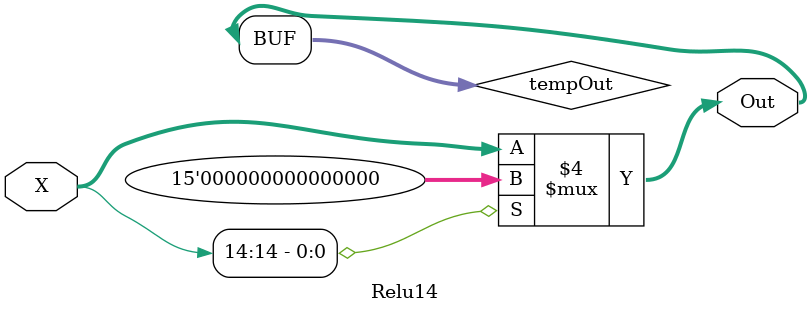
<source format=sv>
module And(A, B, C);
    input logic A;
    input logic B;
    output logic C;
    assign C = A & B;
endmodule

module Adder(Cin, A, B, S, Cout);
    input logic Cin;
    input logic A;
    input logic B;
    output logic Cout;
    output logic S;

    logic x;

    assign x = A ^ B;
    assign S = x ^ Cin;
    assign Cout = (A & B) | (x & Cin);

endmodule

module Adder4(Cin, A, B, S, Cout);
    input logic Cin;
    input logic [3:0] A;
    input logic [3:0] B;
    output logic [3:0] S;
    output logic Cout;

    wire w1, w2, w3;

    Adder Adder0(Cin, A[0], B[0], S[0], w1);
    Adder Adder1(w1, A[1], B[1], S[1], w2);
    Adder Adder2(w2, A[2], B[2], S[2], w3);
    Adder Adder3(w3, A[3], B[3], S[3], Cout);
endmodule

module Adder8(Cin, A, B, S, Cout);
    input logic Cin;
    input logic [7:0] A;
    input logic [7:0] B;
    output logic [7:0] S;
    output logic Cout;

    wire w1;

    Adder4 Adder0(Cin, A[3:0], B[3:0], S[3:0], w1);
    Adder4 Adder1(w1, A[7:4], B[7:4], S[7:4], Cout);
endmodule

module Adder16(Cin, A, B, S, Cout);
    input logic Cin;
    input logic [15:0] A, B;
    output logic [15:0] S;
    output logic Cout;

    wire w1, w2, w3;

    Adder4 Adder0(Cin, A[3:0], B[3:0], S[3:0], w1);
    Adder4 Adder1(w1, A[7:4], B[7:4], S[7:4], w2);
    Adder4 Adder2(w2, A[11:8], B[11:8], S[11:8], w3);
    Adder4 Adder3(w3, A[15:12], B[15:12], S[15:12], Cout);
endmodule

module Adder32(Cin, A, B, S, Cout);
    input logic Cin;
    input logic [31:0] A, B;
    output logic [31:0] S;
    output logic Cout;

    wire w1;

    Adder16 Adder0(Cin, A[15:0], B[15:0], S[15:0], w1);
    Adder16 Adder1(w1, A[31:16], B[31:16], S[31:16], Cout);
endmodule

module halfAdder(A, B, S, Cout);
    input logic A;
    input logic B;
    output logic S;
    output logic Cout;

    assign S = A ^ B;
    assign Cout = A & B;
endmodule

module multiplier(A, B, C);
    input logic [1:0] A;
    input logic [1:0] B;
    output logic [3:0] C;

    wire w1, w2, w3, w4;

    assign C[0] = A[0] & B[0];
    assign w1 = A[1] & B[0];
    assign w2 = A[0] & B[1];
    halfAdder halfAdder0(w1, w2, C[1], w3);
    assign w4 = A[1] & B[1];
    halfAdder halfAdder1(w3, w4, C[2], C[3]);
endmodule

module multiplier4(A, B, C);
    input logic [3:0] A;
    input logic [3:0] B;
    output logic [7:0] C;

    assign C = 8'b0000_0000;

    wire half11, half12;
    wire half21, half22;
    wire half31, half32;
    wire half41, half42;

    wire full11, full12, full13;
    wire full21, full22, full23;
    wire full31, full32, full33;
    wire full41, full42, full43;
    wire full51, full52, full53;
    wire full61, full62, full63;
    wire full71, full72, full73;
    wire full81, full82, full83;

    And And01(A[0], B[0], C[0]);

    And And11(A[0], B[1], half11);
    And And12(A[1], B[0], half12);
    halfAdder halfAdder1(half11, half12, C[1], full11);

    And And21(A[0], B[2], full12);
    And And22(A[2], B[0], half22);
    And And23(A[1], B[1], half21);
    halfAdder halfAdder2(half21, half22, full13, full31);
    Adder Adder1(full11, full12, full13, C[2], full21);

    And And31(A[0], B[3], full22);
    And And32(A[1], B[2], full32);
    And And33(A[2], B[1], half31);
    And And34(A[3], B[0], half32);
    halfAdder halfAdder3(half31, half32, full33, full51);
    Adder Adder3(full31, full32, full33, full23, full41);
    Adder Adder2(full21, full22, full23, C[3], half41);

    And And41(A[1], B[3], full42);
    And And42(A[2], B[2], full52);
    And And43(A[3], B[1], full53);
    Adder Adder5(full51, full52, full53, full43, full71);
    Adder Adder4(full41, full42, full43, half42, full62);
    halfAdder halfAdder4(half41, half42, C[4], full61);

    And And51(A[2], B[3], full72);
    And And52(A[3], B[2], full73);
    Adder Adder7(full71, full72, full73, full63, full82);
    Adder Adder6(full61, full62, full63, C[5], full81);

    And And61(A[3], B[3], full83);
    Adder Adder8(full81, full82, full83, C[6], C[7]);
endmodule

module multiplier8(A, B, C);
    input logic [7:0] A;
    input logic [7:0] B;
    output logic [15:0] C;

    wire [7:0] ac, ad, bc, bd;
    logic [15:0] ac2, ad2, bc2, bd2;
    wire [15:0] out1, out2;
    wire null1, null2, null3;
    logic zero = 1'b0;
    

    // (a+b)(c+d) = ac+ad+bc+bd
    assign ac2[7:0] = 8'b0;
    assign ad2[15:12] = 4'b0;
    assign ad2[3:0] = 4'b0;
    assign bc2[15:12] = 4'b0;
    assign bc2[3:0] = 4'b0;
    assign bd2[15:8] = 8'b0;    

    multiplier4 multiplier4_2(A[7:4], B[7:4], ac);
    multiplier4 multiplier4_3(A[7:4], B[3:0], ad);
    multiplier4 multiplier4_4(A[3:0], B[7:4], bc);
    multiplier4 multiplier4_5(A[3:0], B[3:0], bd);

    assign ac2[15:8] = ac;
    assign ad2[11:4] = ad;
    assign bc2[11:4] = bc;
    assign bd2[7:0] = bd;

    Adder16 Adder16_0(zero, ac2, ad2, out1, null1);
    Adder16 Adder16_1(zero, bc2, bd2, out2, null2);
    Adder16 Adder16_2(zero, out1, out2, C, null3);
endmodule

module multiplier16(A, B, C);
    input logic [15:0] A;
    input logic [15:0] B;
    output logic [31:0] C;

    wire [15:0] ac, ad, bc, bd;
    logic [31:0] ac2, ad2, bc2, bd2;
    wire [31:0] out1, out2;
    wire null1, null2, null3;
    logic zero = 1'b0;
    

    // (a+b)(c+d) = ac+ad+bc+bd
    assign ac2[15:0] = 16'b0;
    assign ad2[31:24] = 8'b0;
    assign ad2[7:0] = 8'b0;
    assign bc2[31:24] = 8'b0;
    assign bc2[7:0] = 8'b0;
    assign bd2[31:16] = 16'b0;    

    multiplier8 multiplier8_2(A[15:8], B[15:8], ac);
    multiplier8 multiplier8_3(A[15:8], B[7:0], ad);
    multiplier8 multiplier8_4(A[7:0], B[15:8], bc);
    multiplier8 multiplier8_5(A[7:0], B[7:0], bd);

    assign ac2[31:16] = ac;
    assign ad2[23:8] = ad;
    assign bc2[23:8] = bc;
    assign bd2[15:0] = bd;

    Adder32 Adder32_0(zero, ac2, ad2, out1, null1);
    Adder32 Adder32_1(zero, bc2, bd2, out2, null2);
    Adder32 Adder32_2(zero, out1, out2, C, null3);
endmodule

module twosCompAdder8(Cin, A, B, S, Cout);
    input logic Cin;
    input logic [8:0] A; // 8 bit with the fifth bit indicating negitive or positive
    input logic [8:0] B;
    output logic [8:0] S;
    // output logic N;
    output logic Cout;

    logic [7:0] tempA, tempB, tempS;
    logic tempSN;
    logic [1:0] test;

    // logic flag1;
    // logic flag2;
    // assign flag1 = 1'b1;

    always @(*) begin
        test = 2'bxx;
        tempSN = 1'b0;
        tempA = A[7:0];
        tempB = B[7:0];

        if ((A[8] & B[8]) === 1'b1) begin
            tempSN = 1'b1;
            test = 2'b00;
        end
        if (tempA > tempB) begin
            if (A[8] == 1'b1) begin
                tempSN = 1'b1;
                test = 2'b01;
            end
        end
        if (tempA < tempB) begin
            if (B[8] == 1'b1) begin
                tempSN = 1'b1;
                test = 2'b10;
            end
        end
        if (!(A[8] | B[8])) begin
            tempSN = 1'b0;
            test = 2'b11;
        end

        // 2 comp convertions
        if (A[8] == 1'b1) begin
            tempA = ~A[7:0] + 1'b1;
        end else begin
            tempA = A[7:0];
        end

        if (B[8] == 1'b1) begin
            tempB = ~B[7:0] + 1'b1;
        end else begin
            tempB = B[7:0];
        end

    end

    Adder8 Adder8_0(Cin, tempA, tempB, tempS, Cout);

    logic [7:0] temp;

    always @(*) begin
        temp = 8'b00000000;
        if (tempSN == 1'b1) begin
            temp = ~tempS[7:0] + 1'b1;
        end else begin
            temp = tempS[7:0];
        end
    end
    // assign tempS = ~tempS + 1'b1;
    assign S[7:0] = temp[7:0];
    assign S[8] = tempSN;
endmodule

module twosCompAdder16(Cin, A, B, S, Cout);
    input logic Cin;
    input logic [16:0] A; // 16 bit with the fifth bit indicating negitive or positive
    input logic [16:0] B;
    output logic [16:0] S;
    // output logic N;
    output logic Cout;

    logic [15:0] tempA, tempB, tempS;
    logic tempSN;
    logic [1:0] test;

    // logic flag1;
    // logic flag2;
    // assign flag1 = 1'b1;

    always @(*) begin
        test = 2'bxx;
        tempSN = 1'b0;
        tempA = A[15:0];
        tempB = B[15:0];

        if ((A[16] & B[16]) === 1'b1) begin
            tempSN = 1'b1;
            test = 2'b00;
        end
        if (tempA > tempB) begin
            if (A[16] == 1'b1) begin
                tempSN = 1'b1;
                test = 2'b01;
            end
        end
        if (tempA < tempB) begin
            if (B[16] == 1'b1) begin
                tempSN = 1'b1;
                test = 2'b10;
            end
        end
        if (!(A[16] | B[16])) begin
            tempSN = 1'b0;
            test = 2'b11;
        end

        // 2 comp convertions
        if (A[16] == 1'b1) begin
            tempA = ~A[15:0] + 1'b1;
        end else begin
            tempA = A[15:0];
        end

        if (B[16] == 1'b1) begin
            tempB = ~B[15:0] + 1'b1;
        end else begin
            tempB = B[15:0];
        end

    end

    Adder16 Adder16_0(Cin, tempA, tempB, tempS, Cout);

    // assign flag2 = 1'b1;

    always@(*) begin
        if (tempSN == 1'b1) begin
            tempS = ~tempS + 1'b1;
        end else if (Cout) begin
            
        end
    end
    // assign tempS = ~tempS + 1'b1;

    assign S[15:0] = tempS;
    assign S[16] = tempSN;
endmodule

module fractionAdder12(A, B, Out, Cout);
    input logic [11:0] A;
    input logic [11:0] B;
    output logic [11:0] Out;
    output logic Cout;
    logic[8:0] offset = 9'b100000111; // -7 00111 -> 11001

    logic [8:0] expA;
    assign expA[8] = A[11];
    assign expA[7:4] = 4'b0000;
    assign expA[3:0] = A[10:7];
    logic [8:0] expB;
    assign expB[8] = B[11];
    assign expB[7:4] = 4'b0000;
    assign expB[3:0] = B[10:7];

    logic [8:0] tempexpA;
    assign tempexpA[3:0] = expA[3:0];
    assign tempexpA[8:4] = 2'h0;
    logic [8:0] tempexpB;
    assign tempexpB[3:0] = expB[3:0];
    assign tempexpB[8:4] = 2'h0;


    logic [8:0] tempEA;
    logic [3:0] eA; //amount to be shifted
    logic eA_Cout;
    logic [8:0] tempEB;
    logic [3:0] eB;
    logic eB_Cout;
    logic eA_Sign;
    logic eB_Sign;

    wire null1;
    wire null2;

    twosCompAdder8 Comp_eA(1'b0, tempexpA, offset, tempEA, null1);
    twosCompAdder8 Comp_eB(1'b0, tempexpB, offset, tempEB, null2);

    assign eA_Cout = tempEA[4];
    assign eA[3:0] = tempEA[3:0];
    assign eA_Sign = tempEA[8];

    assign eB_Cout = tempEB[4];
    assign eB[3:0] = tempEB[3:0];
    assign eB_Sign = tempEB[8];

    logic [7:0] OutMag;
    logic [3:0] OutExp;
    logic [7:0] tempMagA;
    logic [7:0] tempMagB;
    logic [2:0] test3;

    always @(*) begin
        test3 = 3'bxxx;
        OutExp = 4'b0000;
        if (eA_Sign == 1'b1) begin
            if (eB_Sign == 1'b1) begin
                if (eA == eB) begin
                tempMagA[6:0] = A[6:0];
                tempMagA[7] = 1'b1;
                tempMagB[6:0] = B[6:0];
                tempMagB[7] = 1'b1;
                OutExp = expA[3:0];
                test3 = 3'b000;
                end else if (eA < eB) begin
                    tempMagA[6:0] = A[6:0];
                    tempMagA[7] = 1'b1;
                    tempMagB[6:0] = B[6:0];
                    tempMagB[7] = 1'b1;

                    tempMagB = tempMagB >> (eB - eA);
                    OutExp = expA[3:0]; 
                    test3 = 3'b001;   
                end else if (eA > eB) begin
                    tempMagA[6:0] = A[6:0];
                    tempMagA[7] = 1'b1;
                    tempMagB[6:0] = B[6:0];
                    tempMagB[7] = 1'b1;

                    tempMagA = tempMagA >> (eA - eB);
                    OutExp = expB[3:0]; 
                    test3 = 3'b010;   
                end
            end else if (eB_Sign == 1'b0) begin
                tempMagA[6:0] = A[6:0];
                tempMagA[7] = 1'b1;
                tempMagB[6:0] = B[6:0];
                tempMagB[7] = 1'b1;

                tempMagA = tempMagA >> (eB + eA);
                OutExp = expB[3:0]; 
                test3 = 3'b011;  
            end
        end else if (eB_Sign == 1'b1) begin
            tempMagA[6:0] = A[6:0];
            tempMagA[7] = 1'b1;
            tempMagB[6:0] = B[6:0];
            tempMagB[7] = 1'b1;

            tempMagB = tempMagB >> (eA + eB);
            OutExp = expA[3:0]; 
            test3 = 3'b100; 
        end else if (eA == eB) begin
            tempMagA[6:0] = A[6:0];
            tempMagA[7] = 1'b1;
            tempMagB[6:0] = B[6:0];
            tempMagB[7] = 1'b1;
            OutExp = expA[3:0];
            test3 = 3'b101;
        end else if (eA > eB) begin
            tempMagA[6:0] = A[6:0];
            tempMagA[7] = 1'b1;
            tempMagB[6:0] = B[6:0];
            tempMagB[7] = 1'b1;

            tempMagB = tempMagB >> (eA - eB);
            OutExp = expA[3:0]; 
            test3 = 3'b110;   
        end else if (eA < eB) begin
            tempMagA[6:0] = A[6:0];
            tempMagA[7] = 1'b1;
            tempMagB[6:0] = B[6:0];
            tempMagB[7] = 1'b1;

            tempMagA = tempMagA >> (eB - eA);
            OutExp = expB[3:0]; 
            test3 = 3'b111;   
        end
    end 

    logic [16:0] outA;
    logic [16:0] outB;
    logic [16:0] tempOutMag;
    logic null3;
    logic test2 = 1'bx;
    logic [3:0] tempOutExp;

    assign outA[16] = A[11];
    assign outA[7:0] = tempMagA;
    assign outA[15:8] = 2'h0;
    assign outB[16] = B[11];
    assign outB[7:0] = tempMagB;
    assign outB[15:8] = 2'h0;

    twosCompAdder16 Add16(1'b0, outA, outB, tempOutMag, null3);
    
    always @(*) begin
        test2 = 1'bx;
        if (A[10:0] == 11'b00000000000) begin
            tempOutMag[6:0] = B[6:0];
            tempOutExp = B[10:7];
            tempOutMag[16] = B[11];
        end else if (B[10:0] == 11'b00000000000) begin
            tempOutMag[6:0] = A[6:0];
            tempOutExp = A[10:7];
            tempOutMag[16] = A[11];
        end else if (tempOutMag[8] === 1'b1) begin
            tempOutExp = OutExp + 1'b1;
            tempOutMag = tempOutMag >> 1;
            test2 = 1'b0;
        end else begin
            tempOutExp = OutExp;
            tempOutMag = tempOutMag;
            test2 = 1'b1;
        end
    end

    assign Out[6:0] = tempOutMag[6:0];
    assign Out[10:7] = tempOutExp;
    assign Out[11] = tempOutMag[16];

endmodule

module fractionAdder14(A, B, Out, Cout);
    input logic [13:0] A;
    input logic [13:0] B;
    output logic [13:0] Out;
    output logic Cout;
    logic[8:0] offset = 9'b100011111; // -31 ,001111 

    logic [8:0] expA;
    assign expA[8] = A[13];
    assign expA[7:6] = 2'b00;
    assign expA[5:0] = A[12:7];
    logic [8:0] expB;
    assign expB[8] = B[13];
    assign expB[7:6] = 2'b00;
    assign expB[5:0] = B[12:7];

    logic [8:0] tempexpA;
    assign tempexpA[5:0] = expA[5:0];
    assign tempexpA[8:6] = 2'h0;
    logic [8:0] tempexpB;
    assign tempexpB[5:0] = expB[5:0];
    assign tempexpB[8:6] = 2'h0;


    logic [8:0] tempEA;
    logic [5:0] eA; //amount to be shifted
    logic eA_Cout;
    logic [8:0] tempEB;
    logic [5:0] eB;
    logic eB_Cout;
    logic eA_Sign;
    logic eB_Sign;

    wire null1;
    wire null2;

    twosCompAdder8 Comp_eA(1'b0, tempexpA, offset, tempEA, null1);
    twosCompAdder8 Comp_eB(1'b0, tempexpB, offset, tempEB, null2);

    assign eA_Cout = tempEA[6];
    assign eA[5:0] = tempEA[5:0];
    assign eA_Sign = tempEA[8];

    assign eB_Cout = tempEB[6];
    assign eB[5:0] = tempEB[5:0];
    assign eB_Sign = tempEB[8];

    logic [7:0] OutMag;
    logic [5:0] OutExp;
    logic [7:0] tempMagA;
    logic [7:0] tempMagB;
    logic [2:0] test3;

    always @(*) begin
        test3 = 3'bxxx;
        OutExp = 6'b000000;
        if (eA_Sign == 1'b1) begin
            if (eB_Sign == 1'b1) begin
                if (eA == eB) begin
                tempMagA[6:0] = A[6:0];
                tempMagA[7] = 1'b1;
                tempMagB[6:0] = B[6:0];
                tempMagB[7] = 1'b1;
                OutExp = expA[5:0];
                test3 = 3'b000;
                end else if (eA < eB) begin
                    tempMagA[6:0] = A[6:0];
                    tempMagA[7] = 1'b1;
                    tempMagB[6:0] = B[6:0];
                    tempMagB[7] = 1'b1;

                    tempMagB = tempMagB >> (eB - eA);
                    OutExp = expA[5:0]; 
                    test3 = 3'b001;   
                end else if (eA > eB) begin
                    tempMagA[6:0] = A[6:0];
                    tempMagA[7] = 1'b1;
                    tempMagB[6:0] = B[6:0];
                    tempMagB[7] = 1'b1;

                    tempMagA = tempMagA >> (eA - eB);
                    OutExp = expB[5:0]; 
                    test3 = 3'b010;   
                end
            end else if (eB_Sign == 1'b0) begin
                tempMagA[6:0] = A[6:0];
                tempMagA[7] = 1'b1;
                tempMagB[6:0] = B[6:0];
                tempMagB[7] = 1'b1;

                tempMagA = tempMagA >> (eB + eA);
                OutExp = expB[5:0]; 
                test3 = 3'b011;  
            end
        end else if (eB_Sign == 1'b1) begin
            tempMagA[6:0] = A[6:0];
            tempMagA[7] = 1'b1;
            tempMagB[6:0] = B[6:0];
            tempMagB[7] = 1'b1;

            tempMagB = tempMagB >> (eA + eB);
            OutExp = expA[5:0]; 
            test3 = 3'b100; 
        end else if (eA == eB) begin
            tempMagA[6:0] = A[6:0];
            tempMagA[7] = 1'b1;
            tempMagB[6:0] = B[6:0];
            tempMagB[7] = 1'b1;
            OutExp = expA[5:0];
            test3 = 3'b101;
        end else if (eA > eB) begin
            tempMagA[6:0] = A[6:0];
            tempMagA[7] = 1'b1;
            tempMagB[6:0] = B[6:0];
            tempMagB[7] = 1'b1;

            tempMagB = tempMagB >> (eA - eB);
            OutExp = expA[5:0]; 
            test3 = 3'b110;   
        end else if (eA < eB) begin
            tempMagA[6:0] = A[6:0];
            tempMagA[7] = 1'b1;
            tempMagB[6:0] = B[6:0];
            tempMagB[7] = 1'b1;

            tempMagA = tempMagA >> (eB - eA);
            OutExp = expB[5:0]; 
            test3 = 3'b111;   
        end
    end 

    logic [16:0] outA;
    logic [16:0] outB;
    logic [16:0] tempOutMag;
    logic null3;
    logic test2 = 1'bx;
    logic [5:0] tempOutExp;

    assign outA[16] = A[13];
    assign outA[7:0] = tempMagA;
    assign outA[15:8] = 2'h0;
    assign outB[16] = B[13];
    assign outB[7:0] = tempMagB;
    assign outB[15:8] = 2'h0;

    twosCompAdder16 Add16(1'b0, outA, outB, tempOutMag, null3);
    
    always @(*) begin
        test2 = 1'bx;
        if (A[12:0] == 13'b00000000000) begin
            tempOutMag[6:0] = B[6:0];
            tempOutExp = B[12:7];
            tempOutMag[16] = B[13];
        end else if (B[13:0] == 13'b00000000000) begin
            tempOutMag[6:0] = A[6:0];
            tempOutExp = A[12:7];
            tempOutMag[16] = A[13];
        end else if (tempOutMag[8] === 1'b1) begin
            tempOutExp = OutExp + 1'b1;
            tempOutMag = tempOutMag >> 1;
            test2 = 1'b0;
        end else begin
            tempOutExp = OutExp;
            tempOutMag = tempOutMag;
            test2 = 1'b1;
        end
    end

    assign Out[6:0] = tempOutMag[6:0];
    assign Out[12:7] = tempOutExp;
    assign Out[13] = tempOutMag[16];

endmodule

module signMultiplier8(A, B, C);
    input logic [8:0] A;
    input logic [8:0] B;
    output logic [16:0] C;

    logic [7:0] tempA;
    logic signA;
    logic [7:0] tempB;
    logic signB;
    logic [15:0] tempC;
    logic signC;

    assign tempA[7:0] = A[7:0];
    assign signA = A[8];
    assign tempB[7:0] = B[7:0];
    assign signB = B[8];

    multiplier8 mult8(tempA, tempB, tempC);

    always @(*) begin
        if (signA == 1'b1) begin
            if (signB == 1'b1) begin
                signC = 1'b0;
            end else begin
                signC = 1'b1;
            end
        end else if (signB == 1'b1) begin
            signC = 1'b1;
        end else begin
            signC = 1'b0;
        end

        if (tempC == 16'h0) begin
            signC = 1'b0;
        end
    end

    assign C[16] = signC;
    assign C[15:0] = tempC;

endmodule

module signMultiplier16(A, B, C);
    input logic [16:0] A;
    input logic [16:0] B;
    output logic [32:0] C;

    logic [15:0] tempA;
    logic signA;
    logic [15:0] tempB;
    logic signB;
    logic [31:0] tempC;
    logic signC;

    assign tempA[15:0] = A[15:0];
    assign signA = A[16];
    assign tempB[15:0] = B[15:0];
    assign signB = B[16];

    multiplier16 mult16(tempA, tempB, tempC);

    always @(*) begin
        if (signA == 1'b1) begin
            if (signB == 1'b1) begin
                signC = 1'b0;
            end else begin
                signC = 1'b1;
            end
        end else if (signB == 1'b1) begin
            signC = 1'b1;
        end else begin
            signC = 1'b0;
        end

        if (tempC == 16'h0) begin
            signC = 1'b0;
        end
    end

    assign C[32] = signC;
    assign C[31:0] = tempC;

endmodule

module fractionMultiplier12(A, B, C);
    // offset 11, range x^2, x^-13
    input logic [11:0] A;
    input logic [11:0] B;
    output logic [11:0] C;

    // variable setup
    logic signA;
    logic [3:0] expA;
    logic [6:0] magA;
    logic signB;
    logic [3:0] expB;
    logic [6:0] magB;
    logic [3:0] expC;
    logic [6:0] magC;
    logic signC;

    assign signA = A[11];
    assign expA = A[10:7];
    assign magA = A[6:0];
    assign signB = B[11];
    assign expB = B[10:7];
    assign magB = B[6:0];

    // Magnitude calculations
    logic [8:0] tempMagA;
    logic [8:0] tempMagB;

    assign tempMagA[6:0] = magA[6:0];
    assign tempMagB[6:0] = magB[6:0];

    assign tempMagA[7] = 1'b1;
    assign tempMagB[7] = 1'b1;

    assign tempMagA[8] = signA;
    assign tempMagB[8] = signB;

    logic [16:0] tempMagC;
    logic expShift;

    signMultiplier8 mult8(tempMagA, tempMagB, tempMagC);

    always @(*) begin
        expShift = 1'b0;
        if (tempMagC[15] == 1'b1) begin
            expShift = 1'b1;
        end else begin
            expShift = 1'b0;
        end
    end

    assign signC = tempMagC[16];
    assign magC[6:0] = tempMagC[13:7] >> expShift;

    // Exponent Calculations
    logic [8:0] tempExpA;
    logic [8:0] tempExpB;
    logic [8:0] tempExpC;
    logic [8:0] offsetA;
    logic [8:0] offsetB;
    logic [8:0] offsetC;
    logic [8:0] offset;
    logic [8:0] posOffset;
    wire null1, null2, null3, null4;

    assign offset = 9'b1_0000_1011;
    assign posOffset = 9'b0_0000_1011;
    assign tempExpA[3:0] = expA;
    assign tempExpB[3:0] = expB;
    assign tempExpA[8:4] = 5'b0_0000;
    assign tempExpB[8:4] = 5'b0_0000;

    twosCompAdder8 offset1(1'b0, tempExpA, offset, offsetA, null1);
    twosCompAdder8 offset2(1'b0, tempExpB, offset, offsetB, null2);

    twosCompAdder8 exp1(1'b0, offsetA, offsetB, offsetC, null3);
    twosCompAdder8 exp2(1'b0, offsetC, posOffset, tempExpC, null4);

    assign expC = tempExpC[3:0] + expShift;

    logic [16:0] tempOutMag;
    logic [3:0] tempOutExp;

    always @(*) begin
        if (A[10:0] == 11'b00000000000) begin
            tempOutMag[6:0] =7'b0000000;
            tempOutExp = 4'b0000;
            tempOutMag[16] = 1'b0;
        end else if (B[10:0] == 11'b00000000000) begin
            tempOutMag[6:0] = 7'b0000000;
            tempOutExp = 4'b0000;
            tempOutMag[16] = 1'b0;
        end else begin
            tempOutMag[16] = signC;
            tempOutMag[6:0] = magC;
            tempOutExp[3:0] = expC[3:0];
        end
    end

    // Final Values
    assign C[11] = tempOutMag[16];
    assign C[10:7] = tempOutExp[3:0];
    assign C[6:0] = tempOutMag[6:0];

endmodule

module fractionMultiplier14(A, B, C);
    // offset 31, range x^2, x^-13
    input logic [13:0] A;
    input logic [13:0] B;
    output logic [13:0] C;

    // variable setup
    logic signA;
    logic [5:0] expA;
    logic [6:0] magA;
    logic signB;
    logic [5:0] expB;
    logic [6:0] magB;
    logic [5:0] expC;
    logic [6:0] magC;
    logic signC;

    assign signA = A[13];
    assign expA = A[12:7];
    assign magA = A[6:0];
    assign signB = B[13];
    assign expB = B[12:7];
    assign magB = B[6:0];

    // Magnitude calculations
    logic [8:0] tempMagA;
    logic [8:0] tempMagB;

    assign tempMagA[6:0] = magA[6:0];
    assign tempMagB[6:0] = magB[6:0];

    assign tempMagA[7] = 1'b1;
    assign tempMagB[7] = 1'b1;

    assign tempMagA[8] = signA;
    assign tempMagB[8] = signB;

    logic [16:0] tempMagC;
    logic expShift;

    signMultiplier8 mult8(tempMagA, tempMagB, tempMagC);

    always @(*) begin
        expShift = 1'b0;
        if (tempMagC[15] == 1'b1) begin
            expShift = 1'b1;
        end else begin
            expShift = 1'b0;
        end
    end

    assign signC = tempMagC[16];
    assign magC[6:0] = tempMagC[13:7] >> expShift;

    // Exponent Calculations
    logic [8:0] tempExpA;
    logic [8:0] tempExpB;
    logic [8:0] tempExpC;
    logic [8:0] offsetA;
    logic [8:0] offsetB;
    logic [8:0] offsetC;
    logic [8:0] offset;
    logic [8:0] posOffset;
    wire null1, null2, null3, null4;

    assign offset = 9'b1_0001_1111; //offset 31
    assign posOffset = 9'b0_0001_1111;
    assign tempExpA[5:0] = expA;
    assign tempExpB[5:0] = expB;
    assign tempExpA[8:6] = 3'b000;
    assign tempExpB[8:6] = 3'b000;

    twosCompAdder8 offset1(1'b0, tempExpA, offset, offsetA, null1);
    twosCompAdder8 offset2(1'b0, tempExpB, offset, offsetB, null2);

    twosCompAdder8 exp1(1'b0, offsetA, offsetB, offsetC, null3);
    twosCompAdder8 exp2(1'b0, offsetC, posOffset, tempExpC, null4);

    assign expC = tempExpC[5:0] + expShift;

    logic [16:0] tempOutMag;
    logic [5:0] tempOutExp;

    always @(*) begin
        if (A[12:0] == 13'b0000000000000) begin
            tempOutMag[6:0] =7'b0000000;
            tempOutExp = 6'b000000;
            tempOutMag[16] = 1'b0;
        end else if (B[12:0] == 13'b0000000000000) begin
            tempOutMag[6:0] = 7'b0000000;
            tempOutExp = 6'b000000;
            tempOutMag[16] = 1'b0;
        end else begin
            tempOutMag[16] = signC;
            tempOutMag[6:0] = magC;
            tempOutExp[5:0] = expC[5:0];
        end
    end

    // Final Values
    assign C[13] = tempOutMag[16];
    assign C[12:7] = tempOutExp[5:0];
    assign C[6:0] = tempOutMag[6:0];

endmodule
    
module Relu8(X, Out);
    input logic [8:0] X;
    output logic [8:0] Out;

    logic [8:0] tempOut;
    
    always @(*) begin
        if (X[8] == 1'b0) begin
            tempOut = X;
        end else begin
            tempOut = 9'b0_0000_0000;
        end
    end

    assign Out = tempOut;

endmodule

module Relu12(X, Out);
    input logic [11:0] X;
    output logic [11:0] Out;

    logic [11:0] tempOut;
    
    always @(*) begin
        if (X[11] == 1'b0) begin
            tempOut = X;
        end else begin
            tempOut = 12'b0_000_0000_0000;
        end
    end

    assign Out = tempOut;

endmodule

module Relu14(X, Out);
    input logic [14:0] X;
    output logic [14:0] Out;

    logic [14:0] tempOut;
    
    always @(*) begin
        if (X[14] == 1'b0) begin
            tempOut = X;
        end else begin
            tempOut = 14'b0_0000_0000_0000;
        end
    end

    assign Out = tempOut;

endmodule

// looks at weight file, input file, and bias file
// and runs the values to the activation function
// 


</source>
